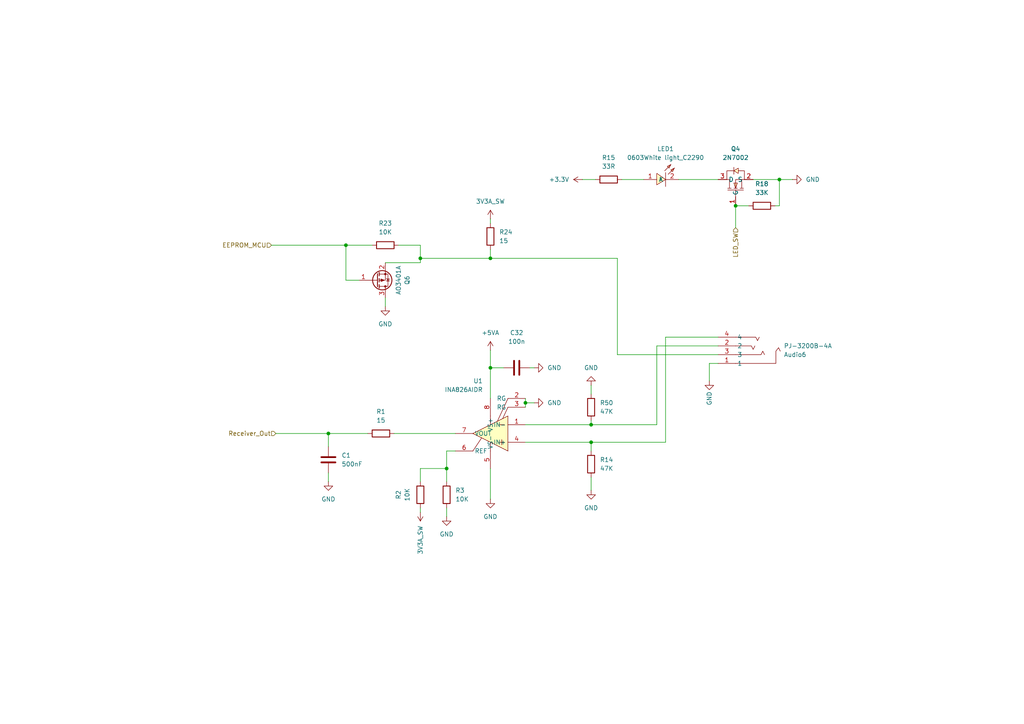
<source format=kicad_sch>
(kicad_sch (version 20231120) (generator "eeschema") (generator_version "8.0")
  (paper "A4")
  (lib_symbols
    (symbol "Device:C" (pin_numbers hide) (pin_names (offset 0.254))
      (property "Reference" "C" (at 0.635 2.54 0))
      (property "Value" "C" (at 0.635 -2.54 0))
      (symbol "C_0_1"
        (polyline (pts (xy -2.032 -0.762) (xy 2.032 -0.762)) (stroke (width 0.508)))
        (polyline (pts (xy -2.032 0.762) (xy 2.032 0.762)) (stroke (width 0.508)))
      )
      (symbol "C_1_1"
        (pin passive line (at 0 3.81 270) (length 2.794) (name "~") (number "1"))
        (pin passive line (at 0 -3.81 90) (length 2.794) (name "~") (number "2"))
      )
    )
    (symbol "Device:R" (pin_numbers hide) (pin_names (offset 0))
      (property "Reference" "R" (at 2.032 0 90))
      (property "Value" "R" (at 0 0 90))
      (symbol "R_0_1"
        (rectangle (start -1.016 -2.54) (end 1.016 2.54) (stroke (width 0.254)))
      )
      (symbol "R_1_1"
        (pin passive line (at 0 3.81 270) (length 1.27) (name "~") (number "1"))
        (pin passive line (at 0 -3.81 90) (length 1.27) (name "~") (number "2"))
      )
    )
    (symbol "Rocketry_Easyeda:0603Whitelight_C2290"
      (property "Reference" "LED" (at 0 3.81 0))
      (property "Value" "0603White light_C2290" (at 0 -6.35 0))
      (symbol "0603Whitelight_C2290_0_1"
        (polyline (pts (xy 1.02 1.27) (xy 2.79 3.05)))
        (polyline (pts (xy 1.27 0.76) (xy 1.27 -3.3)))
        (polyline (pts (xy 2.03 0.25) (xy 3.81 2.03)))
        (polyline (pts (xy -1.27 -2.79) (xy 1.27 -1.27) (xy -1.27 0.51) (xy -1.27 -2.79)) (fill (type background)))
        (polyline (pts (xy 2.79 3.05) (xy 1.78 2.54) (xy 2.29 2.03) (xy 2.79 3.05)) (fill (type background)))
        (polyline (pts (xy 3.81 2.03) (xy 2.79 1.52) (xy 3.3 1.02) (xy 3.81 2.03)) (fill (type background)))
        (pin unspecified line (at -5.08 -1.27 0) (length 3.81) (name "A") (number "1"))
        (pin unspecified line (at 5.08 -1.27 180) (length 3.81) (name "K") (number "2"))
      )
    )
    (symbol "Rocketry_Easyeda:2N7002"
      (property "Reference" "Q" (at 0 10.16 0))
      (property "Value" "2N7002" (at 0 -10.16 0))
      (symbol "2N7002_0_1"
        (polyline (pts (xy -2.54 0) (xy -0.51 0)))
        (polyline (pts (xy -0.51 2.29) (xy -0.51 -2.29)))
        (polyline (pts (xy 0 -2.29) (xy 0 -1.27)))
        (polyline (pts (xy 0 -0.51) (xy 0 0.51)))
        (polyline (pts (xy 0 2.29) (xy 0 1.27)))
        (polyline (pts (xy 2.54 -1.78) (xy 0 -1.78)))
        (polyline (pts (xy 0 0) (xy 1.52 -0.51) (xy 1.52 0.51) (xy 0 0)) (fill (type background)))
        (polyline (pts (xy 5.08 0.51) (xy 4.32 -0.76) (xy 5.84 -0.76) (xy 5.08 0.51)) (fill (type background)))
        (polyline (pts (xy 6.1 0.51) (xy 5.59 0.51) (xy 4.57 0.51) (xy 4.06 0.51)))
        (polyline (pts (xy 0 0) (xy 2.54 0) (xy 2.54 -2.54) (xy 5.08 -2.54) (xy 5.08 -0.76)))
        (polyline (pts (xy 0 1.78) (xy 2.54 1.78) (xy 2.54 2.54) (xy 5.08 2.54) (xy 5.08 0.51)))
        (pin unspecified line (at -5.08 0 0) (length 2.54) (name "G") (number "1"))
        (pin unspecified line (at 2.54 -5.08 90) (length 2.54) (name "S") (number "2"))
        (pin unspecified line (at 2.54 5.08 270) (length 2.54) (name "D") (number "3"))
      )
    )
    (symbol "Rocketry_Easyeda:INA826AIDR"
      (property "Reference" "U" (at 0 13.97 0))
      (property "Value" "INA826AIDR" (at 0 -16.51 0))
      (symbol "INA826AIDR_0_1"
        (polyline (pts (xy -4.06 -3.81) (xy -2.54 -3.81)))
        (polyline (pts (xy -4.06 1.27) (xy -2.54 1.27)))
        (polyline (pts (xy -3.56 3.05) (xy -5.08 6.35)))
        (polyline (pts (xy -3.3 -3.05) (xy -3.3 -4.57)))
        (polyline (pts (xy -2.03 2.29) (xy -5.08 8.89)))
        (polyline (pts (xy 0 -3.81) (xy 0 -6.35)))
        (polyline (pts (xy 0 3.81) (xy 0 1.27)))
        (polyline (pts (xy 2.54 -2.54) (xy 5.08 -6.35)))
        (polyline (pts (xy -5.08 -6.35) (xy 5.08 -1.27) (xy -5.08 3.81) (xy -5.08 -6.35)) (fill (type background)))
        (pin unspecified line (at -10.16 1.27 0) (length 5.08) (name "IN-") (number "1"))
        (pin unspecified line (at -10.16 8.89 0) (length 5.08) (name "RG") (number "2"))
        (pin unspecified line (at -10.16 6.35 0) (length 5.08) (name "RG") (number "3"))
        (pin unspecified line (at -10.16 -3.81 0) (length 5.08) (name "IN+") (number "4"))
        (pin power_in line (at 0 -11.43 90) (length 5.08) (name "VS-") (number "5"))
        (pin unspecified line (at 10.16 -6.35 180) (length 5.08) (name "REF") (number "6"))
        (pin output line (at 10.16 -1.27 180) (length 5.08) (name "VOUT") (number "7"))
        (pin power_in line (at 0 8.89 270) (length 5.08) (name "VS+") (number "8"))
      )
    )
    (symbol "Rocketry_Easyeda:PJ-3200B-4A"
      (property "Reference" "Audio" (at 0 7.62 0))
      (property "Value" "PJ-3200B-4A" (at 0 -10.16 0))
      (symbol "PJ-3200B-4A_0_1"
        (polyline (pts (xy 3.81 -5.08) (xy -2.03 -5.08) (xy -2.54 -4.06) (xy -3.05 -5.08)))
        (polyline (pts (xy 3.81 -2.54) (xy -0.76 -2.54) (xy -1.27 -1.52) (xy -1.78 -2.54)))
        (polyline (pts (xy 3.81 0) (xy -3.56 0) (xy -4.06 -1.02) (xy -4.57 0)))
        (polyline (pts (xy 3.81 2.54) (xy -7.87 2.54) (xy -7.87 -1.02) (xy -8.64 -2.03) (xy -9.14 -1.02)))
        (pin unspecified line (at 8.89 2.54 180) (length 5.08) (name "1") (number "1"))
        (pin unspecified line (at 8.89 -2.54 180) (length 5.08) (name "2") (number "2"))
        (pin unspecified line (at 8.89 0 180) (length 5.08) (name "3") (number "3"))
        (pin unspecified line (at 8.89 -5.08 180) (length 5.08) (name "4") (number "4"))
      )
    )
    (symbol "Transistor_FET:AO3401A" (pin_names hide)
      (property "Reference" "Q" (at 5.08 1.905 0))
      (property "Value" "AO3401A" (at 5.08 0 0))
      (symbol "AO3401A_0_1"
        (polyline (pts (xy 0.254 0) (xy -2.54 0)))
        (polyline (pts (xy 0.254 1.905) (xy 0.254 -1.905)) (stroke (width 0.254)))
        (polyline (pts (xy 0.762 -1.27) (xy 0.762 -2.286)) (stroke (width 0.254)))
        (polyline (pts (xy 0.762 0.508) (xy 0.762 -0.508)) (stroke (width 0.254)))
        (polyline (pts (xy 0.762 2.286) (xy 0.762 1.27)) (stroke (width 0.254)))
        (polyline (pts (xy 2.54 2.54) (xy 2.54 1.778)))
        (polyline (pts (xy 2.54 -2.54) (xy 2.54 0) (xy 0.762 0)))
        (polyline (pts (xy 0.762 1.778) (xy 3.302 1.778) (xy 3.302 -1.778) (xy 0.762 -1.778)))
        (polyline (pts (xy 2.286 0) (xy 1.27 0.381) (xy 1.27 -0.381) (xy 2.286 0)) (fill (type outline)))
        (polyline (pts (xy 2.794 -0.508) (xy 2.921 -0.381) (xy 3.683 -0.381) (xy 3.81 -0.254)))
        (polyline (pts (xy 3.302 -0.381) (xy 2.921 0.254) (xy 3.683 0.254) (xy 3.302 -0.381)))
        (circle (center 1.651 0) (radius 2.794) (stroke (width 0.254)))
        (circle (center 2.54 -1.778) (radius 0.254) (fill (type outline)))
        (circle (center 2.54 1.778) (radius 0.254) (fill (type outline)))
      )
      (symbol "AO3401A_1_1"
        (pin input line (at -5.08 0 0) (length 2.54) (name "G") (number "1"))
        (pin passive line (at 2.54 -5.08 90) (length 2.54) (name "S") (number "2"))
        (pin passive line (at 2.54 5.08 270) (length 2.54) (name "D") (number "3"))
      )
    )
    (symbol "power:+3.3V" (power) (pin_numbers hide) (pin_names (offset 0) hide)
      (property "Value" "+3.3V" (at 0 3.556 0))
      (symbol "+3.3V_0_1"
        (polyline (pts (xy -0.762 1.27) (xy 0 2.54)))
        (polyline (pts (xy 0 0) (xy 0 2.54)))
        (polyline (pts (xy 0 2.54) (xy 0.762 1.27)))
      )
      (symbol "+3.3V_1_1"
        (pin power_in line (at 0 0 90) (length 0) (name "~") (number "1"))
      )
    )
    (symbol "power:+3.3VA" (power) (pin_numbers hide) (pin_names (offset 0) hide)
      (property "Value" "+3.3VA" (at 0 3.556 0))
      (symbol "+3.3VA_0_1"
        (polyline (pts (xy -0.762 1.27) (xy 0 2.54)))
        (polyline (pts (xy 0 0) (xy 0 2.54)))
        (polyline (pts (xy 0 2.54) (xy 0.762 1.27)))
      )
      (symbol "+3.3VA_1_1"
        (pin power_in line (at 0 0 90) (length 0) (name "~") (number "1"))
      )
    )
    (symbol "power:+5V" (power) (pin_numbers hide) (pin_names (offset 0) hide)
      (property "Value" "+5V" (at 0 3.556 0))
      (symbol "+5V_0_1"
        (polyline (pts (xy -0.762 1.27) (xy 0 2.54)))
        (polyline (pts (xy 0 0) (xy 0 2.54)))
        (polyline (pts (xy 0 2.54) (xy 0.762 1.27)))
      )
      (symbol "+5V_1_1"
        (pin power_in line (at 0 0 90) (length 0) (name "~") (number "1"))
      )
    )
    (symbol "power:GND" (power) (pin_numbers hide) (pin_names (offset 0) hide)
      (property "Value" "GND" (at 0 -3.81 0))
      (symbol "GND_0_1"
        (polyline (pts (xy 0 0) (xy 0 -1.27) (xy 1.27 -1.27) (xy 0 -2.54) (xy -1.27 -1.27) (xy 0 -1.27)))
      )
      (symbol "GND_1_1"
        (pin power_in line (at 0 0 270) (length 0) (name "~") (number "1"))
      )
    )
  )
  (junction (at 100.33 71.12))
  (junction (at 129.54 135.89))
  (junction (at 171.45 128.27))
  (junction (at 213.36 59.69))
  (junction (at 142.24 106.68))
  (junction (at 226.06 52.07))
  (junction (at 171.45 123.19))
  (junction (at 142.24 74.93))
  (junction (at 152.4 116.84))
  (junction (at 121.92 74.93))
  (junction (at 95.25 125.73))
  (wire (pts (xy 171.45 128.27) (xy 193.04 128.27)))
  (wire (pts (xy 80.01 125.73) (xy 95.25 125.73)))
  (wire (pts (xy 142.24 63.5) (xy 142.24 64.77)))
  (wire (pts (xy 153.67 106.68) (xy 154.94 106.68)))
  (wire (pts (xy 193.04 97.79) (xy 193.04 128.27)))
  (wire (pts (xy 95.25 125.73) (xy 106.68 125.73)))
  (wire (pts (xy 142.24 74.93) (xy 179.07 74.93)))
  (wire (pts (xy 100.33 71.12) (xy 100.33 81.28)))
  (wire (pts (xy 121.92 148.59) (xy 121.92 147.32)))
  (wire (pts (xy 226.06 59.69) (xy 226.06 52.07)))
  (wire (pts (xy 205.74 105.41) (xy 205.74 110.49)))
  (wire (pts (xy 190.5 100.33) (xy 190.5 123.19)))
  (wire (pts (xy 121.92 74.93) (xy 121.92 76.2)))
  (wire (pts (xy 111.76 76.2) (xy 121.92 76.2)))
  (wire (pts (xy 168.91 52.07) (xy 172.72 52.07)))
  (wire (pts (xy 142.24 135.89) (xy 142.24 144.78)))
  (wire (pts (xy 121.92 74.93) (xy 142.24 74.93)))
  (wire (pts (xy 142.24 106.68) (xy 142.24 115.57)))
  (wire (pts (xy 95.25 129.54) (xy 95.25 125.73)))
  (wire (pts (xy 107.95 71.12) (xy 100.33 71.12)))
  (wire (pts (xy 180.34 52.07) (xy 186.69 52.07)))
  (wire (pts (xy 213.36 59.69) (xy 217.17 59.69)))
  (wire (pts (xy 179.07 102.87) (xy 208.28 102.87)))
  (wire (pts (xy 111.76 86.36) (xy 111.76 88.9)))
  (wire (pts (xy 152.4 118.11) (xy 152.4 116.84)))
  (wire (pts (xy 142.24 101.6) (xy 142.24 106.68)))
  (wire (pts (xy 179.07 74.93) (xy 179.07 102.87)))
  (wire (pts (xy 171.45 138.43) (xy 171.45 142.24)))
  (wire (pts (xy 121.92 135.89) (xy 121.92 139.7)))
  (wire (pts (xy 213.36 59.69) (xy 213.36 66.04)))
  (wire (pts (xy 129.54 135.89) (xy 129.54 130.81)))
  (wire (pts (xy 190.5 100.33) (xy 208.28 100.33)))
  (wire (pts (xy 152.4 116.84) (xy 154.94 116.84)))
  (wire (pts (xy 226.06 52.07) (xy 229.87 52.07)))
  (wire (pts (xy 152.4 123.19) (xy 171.45 123.19)))
  (wire (pts (xy 224.79 59.69) (xy 226.06 59.69)))
  (wire (pts (xy 142.24 72.39) (xy 142.24 74.93)))
  (wire (pts (xy 171.45 128.27) (xy 171.45 130.81)))
  (wire (pts (xy 129.54 130.81) (xy 132.08 130.81)))
  (wire (pts (xy 95.25 137.16) (xy 95.25 139.7)))
  (wire (pts (xy 152.4 115.57) (xy 152.4 116.84)))
  (wire (pts (xy 121.92 71.12) (xy 115.57 71.12)))
  (wire (pts (xy 104.14 81.28) (xy 100.33 81.28)))
  (wire (pts (xy 121.92 135.89) (xy 129.54 135.89)))
  (wire (pts (xy 171.45 111.76) (xy 171.45 114.3)))
  (wire (pts (xy 129.54 147.32) (xy 129.54 149.86)))
  (wire (pts (xy 121.92 71.12) (xy 121.92 74.93)))
  (wire (pts (xy 132.08 125.73) (xy 114.3 125.73)))
  (wire (pts (xy 152.4 128.27) (xy 171.45 128.27)))
  (wire (pts (xy 193.04 97.79) (xy 208.28 97.79)))
  (wire (pts (xy 129.54 135.89) (xy 129.54 139.7)))
  (wire (pts (xy 146.05 106.68) (xy 142.24 106.68)))
  (wire (pts (xy 196.85 52.07) (xy 208.28 52.07)))
  (wire (pts (xy 218.44 52.07) (xy 226.06 52.07)))
  (wire (pts (xy 171.45 121.92) (xy 171.45 123.19)))
  (wire (pts (xy 205.74 105.41) (xy 208.28 105.41)))
  (wire (pts (xy 171.45 123.19) (xy 190.5 123.19)))
  (wire (pts (xy 78.74 71.12) (xy 100.33 71.12)))
  (hierarchical_label "EEPROM_MCU" (shape input) (at 78.74 71.12 180))
  (hierarchical_label "LED_SW" (shape input) (at 213.36 66.04 270))
  (hierarchical_label "Receiver_Out" (shape input) (at 80.01 125.73 180))
  (symbol (lib_id "power:GND") (at 171.45 142.24 0) (unit 1)
    (property "Reference" "#PWR0116" (effects (hide yes)))
    (property "Value" "GND" (at 171.45 147.32 0))
    (property "Description" "Power symbol creates a global label with name \"GND\" , ground" (effects (hide yes)))
    (instances (project "SG_PCB_V3_1" (path "" (reference "#PWR0116") (unit 1)) (path "" (reference "#PWR0117") (unit 1)) (path "" (reference "#PWR0119") (unit 1)) (path "" (reference "#PWR0118") (unit 1))))
  )
  (symbol (lib_id "power:GND") (at 154.94 116.84 90) (unit 1)
    (property "Reference" "#PWR06" (effects (hide yes)))
    (property "Value" "GND" (at 158.75 116.8399 90) (effects (justify right)))
    (property "Description" "Power symbol creates a global label with name \"GND\" , ground" (effects (hide yes)))
    (instances (project "SG_PCB_V3_1" (path "" (reference "#PWR06") (unit 1)) (path "" (reference "#PWR078") (unit 1)) (path "" (reference "#PWR0100") (unit 1)) (path "" (reference "#PWR089") (unit 1))))
  )
  (symbol (lib_id "Device:R") (at 129.54 143.51 0) (mirror y) (unit 1)
    (property "Reference" "R3" (at 132.08 142.2399 0) (effects (justify right)))
    (property "Value" "10K" (at 132.08 144.7799 0) (effects (justify right)))
    (property "Description" "Resistor" (effects (hide yes)))
    (instances (project "SG_PCB_V3_1" (path "" (reference "R3") (unit 1)) (path "" (reference "R28") (unit 1)) (path "" (reference "R42") (unit 1)) (path "" (reference "R35") (unit 1))))
  )
  (symbol (lib_id "Rocketry_Easyeda:2N7002") (at 213.36 54.61 90) (unit 1)
    (property "Reference" "Q4" (at 213.36 43.18 90))
    (property "Value" "2N7002" (at 213.36 45.72 90))
    (property "Footprint" "Rocketry_Easyeda:SOT-23-3_L2.9-W1.3-P1.90-LS2.4-BR" (effects (hide yes)))
    (property "Datasheet" "https://lcsc.com/product-detail/MOSFET_2N7002-7002_C8545.html" (effects (hide yes)))
    (property "LCSC Part" "C8545" (effects (hide yes)))
    (instances (project "SG_PCB_V3_1" (path "" (reference "Q4") (unit 1)) (path "" (reference "Q8") (unit 1)) (path "" (reference "Q12") (unit 1)) (path "" (reference "Q10") (unit 1))))
  )
  (symbol (lib_id "Rocketry_Easyeda:PJ-3200B-4A") (at 217.17 102.87 180) (unit 1)
    (property "Reference" "Audio6" (at 227.33 102.8701 0) (effects (justify right)))
    (property "Value" "PJ-3200B-4A" (at 227.33 100.3301 0) (effects (justify right)))
    (property "Footprint" "Rocketry_Easyeda:AUDIO-TH_PJ-3200B-4A" (effects (hide yes)))
    (property "Datasheet" "https://lcsc.com/product-detail/Audio-Connectors_PJ-3200B-4A_C136687.html" (effects (hide yes)))
    (property "LCSC Part" "C136687" (effects (hide yes)))
    (instances (project "SG_PCB_V3_1" (path "" (reference "Audio6") (unit 1)) (path "" (reference "Audio1") (unit 1)) (path "" (reference "Audio4") (unit 1)) (path "" (reference "Audio3") (unit 1))))
  )
  (symbol (lib_id "Device:R") (at 220.98 59.69 90) (unit 1)
    (property "Reference" "R18" (at 220.98 53.34 90))
    (property "Value" "33K" (at 220.98 55.88 90))
    (property "Footprint" "Resistor_SMD:R_0402_1005Metric" (effects (hide yes)))
    (property "Description" "Resistor" (effects (hide yes)))
    (instances (project "SG_PCB_V3_1" (path "" (reference "R18") (unit 1)) (path "" (reference "R31") (unit 1)) (path "" (reference "R45") (unit 1)) (path "" (reference "R38") (unit 1))))
  )
  (symbol (lib_id "Rocketry_Easyeda:INA826AIDR") (at 142.24 124.46 0) (mirror y) (unit 1)
    (property "Reference" "U1" (at 140.0459 110.49 0) (effects (justify left)))
    (property "Value" "INA826AIDR" (at 140.0459 113.03 0) (effects (justify left)))
    (property "Footprint" "Rocketry_Easyeda:SOIC-8_L4.9-W3.9-P1.27-LS6.0-BL" (effects (hide yes)))
    (property "Datasheet" "https://lcsc.com/product-detail/Instrumentation-OpAmps_TI_INA826AIDR_INA826AIDR_C38433.html" (effects (hide yes)))
    (property "LCSC Part" "C38433" (effects (hide yes)))
    (instances (project "SG_PCB_V3_1" (path "" (reference "U1") (unit 1)) (path "" (reference "U9") (unit 1)) (path "" (reference "U11") (unit 1)) (path "" (reference "U10") (unit 1))))
  )
  (symbol (lib_id "power:GND") (at 111.76 88.9 0) (mirror y) (unit 1)
    (property "Reference" "#PWR072" (effects (hide yes)))
    (property "Value" "GND" (at 111.76 93.98 0))
    (property "Description" "Power symbol creates a global label with name \"GND\" , ground" (effects (hide yes)))
    (instances (project "SG_PCB_V3_1" (path "" (reference "#PWR072") (unit 1)) (path "" (reference "#PWR069") (unit 1)) (path "" (reference "#PWR094") (unit 1)) (path "" (reference "#PWR083") (unit 1))))
  )
  (symbol (lib_id "Device:R") (at 110.49 125.73 90) (mirror x) (unit 1)
    (property "Reference" "R1" (at 110.49 119.38 90))
    (property "Value" "15" (at 110.49 121.92 90))
    (property "Description" "Resistor" (effects (hide yes)))
    (instances (project "SG_PCB_V3_1" (path "" (reference "R1") (unit 1)) (path "" (reference "R25") (unit 1)) (path "" (reference "R39") (unit 1)) (path "" (reference "R32") (unit 1))))
  )
  (symbol (lib_id "power:+3.3V") (at 121.92 148.59 180) (unit 1)
    (property "Reference" "#PWR02" (effects (hide yes)))
    (property "Value" "3V3A_SW" (at 121.9199 152.4 90) (effects (justify left)))
    (property "Description" "Power symbol creates a global label with name \"+3.3V\"" (effects (hide yes)))
    (instances (project "SG_PCB_V3_1" (path "" (reference "#PWR02") (unit 1)) (path "" (reference "#PWR070") (unit 1)) (path "" (reference "#PWR095") (unit 1)) (path "" (reference "#PWR084") (unit 1))))
  )
  (symbol (lib_id "power:GND") (at 129.54 149.86 0) (unit 1)
    (property "Reference" "#PWR03" (effects (hide yes)))
    (property "Value" "GND" (at 129.54 154.94 0))
    (property "Description" "Power symbol creates a global label with name \"GND\" , ground" (effects (hide yes)))
    (instances (project "SG_PCB_V3_1" (path "" (reference "#PWR03") (unit 1)) (path "" (reference "#PWR071") (unit 1)) (path "" (reference "#PWR096") (unit 1)) (path "" (reference "#PWR085") (unit 1))))
  )
  (symbol (lib_id "power:+5V") (at 142.24 101.6 0) (unit 1)
    (property "Reference" "#PWR04" (effects (hide yes)))
    (property "Value" "+5VA" (at 142.24 96.52 0))
    (property "Description" "Power symbol creates a global label with name \"+5V\"" (effects (hide yes)))
    (instances (project "SG_PCB_V3_1" (path "" (reference "#PWR04") (unit 1)) (path "" (reference "#PWR076") (unit 1)) (path "" (reference "#PWR098") (unit 1)) (path "" (reference "#PWR087") (unit 1))))
  )
  (symbol (lib_id "power:GND") (at 154.94 106.68 90) (unit 1)
    (property "Reference" "#PWR0108" (effects (hide yes)))
    (property "Value" "GND" (at 158.75 106.6799 90) (effects (justify right)))
    (property "Description" "Power symbol creates a global label with name \"GND\" , ground" (effects (hide yes)))
    (instances (project "SG_PCB_V3_1" (path "" (reference "#PWR0108") (unit 1)) (path "" (reference "#PWR0109") (unit 1)) (path "" (reference "#PWR0111") (unit 1)) (path "" (reference "#PWR0110") (unit 1))))
  )
  (symbol (lib_id "Device:R") (at 171.45 118.11 0) (mirror y) (unit 1)
    (property "Reference" "R50" (at 173.99 116.8399 0) (effects (justify right)))
    (property "Value" "47K" (at 173.99 119.3799 0) (effects (justify right)))
    (property "Description" "Resistor" (effects (hide yes)))
    (instances (project "SG_PCB_V3_1" (path "" (reference "R50") (unit 1)) (path "" (reference "R51") (unit 1)) (path "" (reference "R53") (unit 1)) (path "" (reference "R52") (unit 1))))
  )
  (symbol (lib_id "power:GND") (at 95.25 139.7 0) (unit 1)
    (property "Reference" "#PWR01" (effects (hide yes)))
    (property "Value" "GND" (at 95.25 144.78 0))
    (property "Description" "Power symbol creates a global label with name \"GND\" , ground" (effects (hide yes)))
    (instances (project "SG_PCB_V3_1" (path "" (reference "#PWR01") (unit 1)) (path "" (reference "#PWR066") (unit 1)) (path "" (reference "#PWR093") (unit 1)) (path "" (reference "#PWR082") (unit 1))))
  )
  (symbol (lib_id "Transistor_FET:AO3401A") (at 109.22 81.28 0) (mirror x) (unit 1)
    (property "Reference" "Q6" (at 118.11 81.28 90))
    (property "Value" "AO3401A" (at 115.57 81.28 90))
    (property "Footprint" "Package_TO_SOT_SMD:SOT-23" (effects (hide yes)))
    (property "Datasheet" "http://www.aosmd.com/pdfs/datasheet/AO3401A.pdf" (effects (hide yes)))
    (property "Description" "-4.0A Id, -30V Vds, P-Channel MOSFET, SOT-23" (effects (hide yes)))
    (instances (project "SG_PCB_V3_1" (path "" (reference "Q6") (unit 1)) (path "" (reference "Q7") (unit 1)) (path "" (reference "Q11") (unit 1)) (path "" (reference "Q9") (unit 1))))
  )
  (symbol (lib_id "Device:R") (at 171.45 134.62 0) (mirror y) (unit 1)
    (property "Reference" "R14" (at 173.99 133.3499 0) (effects (justify right)))
    (property "Value" "47K" (at 173.99 135.8899 0) (effects (justify right)))
    (property "Description" "Resistor" (effects (hide yes)))
    (instances (project "SG_PCB_V3_1" (path "" (reference "R14") (unit 1)) (path "" (reference "R16") (unit 1)) (path "" (reference "R19") (unit 1)) (path "" (reference "R17") (unit 1))))
  )
  (symbol (lib_id "power:GND") (at 229.87 52.07 90) (unit 1)
    (property "Reference" "#PWR065" (effects (hide yes)))
    (property "Value" "GND" (at 233.68 52.0699 90) (effects (justify right)))
    (property "Description" "Power symbol creates a global label with name \"GND\" , ground" (effects (hide yes)))
    (instances (project "SG_PCB_V3_1" (path "" (reference "#PWR065") (unit 1)) (path "" (reference "#PWR081") (unit 1)) (path "" (reference "#PWR0103") (unit 1)) (path "" (reference "#PWR092") (unit 1))))
  )
  (symbol (lib_id "power:+3.3VA") (at 142.24 63.5 0) (unit 1)
    (property "Reference" "#PWR073" (effects (hide yes)))
    (property "Value" "3V3A_SW" (at 142.24 58.42 0))
    (property "Description" "Power symbol creates a global label with name \"+3.3VA\"" (effects (hide yes)))
    (instances (project "SG_PCB_V3_1" (path "" (reference "#PWR073") (unit 1)) (path "" (reference "#PWR075") (unit 1)) (path "" (reference "#PWR097") (unit 1)) (path "" (reference "#PWR086") (unit 1))))
  )
  (symbol (lib_id "Device:C") (at 95.25 133.35 0) (unit 1)
    (property "Reference" "C1" (at 99.06 132.0799 0) (effects (justify left)))
    (property "Value" "500nF" (at 99.06 134.6199 0) (effects (justify left)))
    (property "Description" "Unpolarized capacitor" (effects (hide yes)))
    (instances (project "SG_PCB_V3_1" (path "" (reference "C1") (unit 1)) (path "" (reference "C23") (unit 1)) (path "" (reference "C28") (unit 1)) (path "" (reference "C27") (unit 1))))
  )
  (symbol (lib_id "power:+3.3V") (at 168.91 52.07 90) (unit 1)
    (property "Reference" "#PWR057" (effects (hide yes)))
    (property "Value" "+3.3V" (at 165.1 52.0699 90) (effects (justify left)))
    (property "Description" "Power symbol creates a global label with name \"+3.3V\"" (effects (hide yes)))
    (instances (project "SG_PCB_V3_1" (path "" (reference "#PWR057") (unit 1)) (path "" (reference "#PWR079") (unit 1)) (path "" (reference "#PWR0101") (unit 1)) (path "" (reference "#PWR090") (unit 1))))
  )
  (symbol (lib_id "power:GND") (at 171.45 111.76 180) (unit 1)
    (property "Reference" "#PWR0112" (effects (hide yes)))
    (property "Value" "GND" (at 171.45 106.68 0))
    (property "Description" "Power symbol creates a global label with name \"GND\" , ground" (effects (hide yes)))
    (instances (project "SG_PCB_V3_1" (path "" (reference "#PWR0112") (unit 1)) (path "" (reference "#PWR0113") (unit 1)) (path "" (reference "#PWR0115") (unit 1)) (path "" (reference "#PWR0114") (unit 1))))
  )
  (symbol (lib_id "Device:R") (at 142.24 68.58 0) (mirror y) (unit 1)
    (property "Reference" "R24" (at 144.78 67.3099 0) (effects (justify right)))
    (property "Value" "15" (at 144.78 69.8499 0) (effects (justify right)))
    (property "Description" "Resistor" (effects (hide yes)))
    (instances (project "SG_PCB_V3_1" (path "" (reference "R24") (unit 1)) (path "" (reference "R29") (unit 1)) (path "" (reference "R43") (unit 1)) (path "" (reference "R36") (unit 1))))
  )
  (symbol (lib_id "Device:R") (at 121.92 143.51 0) (mirror y) (unit 1)
    (property "Reference" "R2" (at 115.57 143.51 90))
    (property "Value" "10K" (at 118.11 143.51 90))
    (property "Description" "Resistor" (effects (hide yes)))
    (instances (project "SG_PCB_V3_1" (path "" (reference "R2") (unit 1)) (path "" (reference "R27") (unit 1)) (path "" (reference "R41") (unit 1)) (path "" (reference "R34") (unit 1))))
  )
  (symbol (lib_id "Device:R") (at 111.76 71.12 270) (mirror x) (unit 1)
    (property "Reference" "R23" (at 111.76 64.77 90))
    (property "Value" "10K" (at 111.76 67.31 90))
    (property "Description" "Resistor" (effects (hide yes)))
    (instances (project "SG_PCB_V3_1" (path "" (reference "R23") (unit 1)) (path "" (reference "R26") (unit 1)) (path "" (reference "R40") (unit 1)) (path "" (reference "R33") (unit 1))))
  )
  (symbol (lib_id "Device:R") (at 176.53 52.07 90) (unit 1)
    (property "Reference" "R15" (at 176.53 45.72 90))
    (property "Value" "33R" (at 176.53 48.26 90))
    (property "Footprint" "Resistor_SMD:R_0402_1005Metric" (effects (hide yes)))
    (property "Description" "Resistor" (effects (hide yes)))
    (instances (project "SG_PCB_V3_1" (path "" (reference "R15") (unit 1)) (path "" (reference "R30") (unit 1)) (path "" (reference "R44") (unit 1)) (path "" (reference "R37") (unit 1))))
  )
  (symbol (lib_id "power:GND") (at 142.24 144.78 0) (unit 1)
    (property "Reference" "#PWR05" (effects (hide yes)))
    (property "Value" "GND" (at 142.24 149.86 0))
    (property "Description" "Power symbol creates a global label with name \"GND\" , ground" (effects (hide yes)))
    (instances (project "SG_PCB_V3_1" (path "" (reference "#PWR05") (unit 1)) (path "" (reference "#PWR077") (unit 1)) (path "" (reference "#PWR099") (unit 1)) (path "" (reference "#PWR088") (unit 1))))
  )
  (symbol (lib_id "Rocketry_Easyeda:0603Whitelight_C2290") (at 191.77 50.8 0) (unit 1)
    (property "Reference" "LED1" (at 193.04 43.18 0))
    (property "Value" "0603White light_C2290" (at 193.04 45.72 0))
    (property "Footprint" "Rocketry_Easyeda:LED0603-R-RD_WHITE" (effects (hide yes)))
    (property "Datasheet" "https://lcsc.com/product-detail/Light-Emitting-Diodes-LED_0603White-light_C2290.html" (effects (hide yes)))
    (property "LCSC Part" "C2290" (effects (hide yes)))
    (instances (project "SG_PCB_V3_1" (path "" (reference "LED1") (unit 1)) (path "" (reference "LED2") (unit 1)) (path "" (reference "LED4") (unit 1)) (path "" (reference "LED3") (unit 1))))
  )
  (symbol (lib_id "Device:C") (at 149.86 106.68 270) (unit 1)
    (property "Reference" "C32" (at 149.86 96.52 90))
    (property "Value" "100n" (at 149.86 99.06 90))
    (property "Description" "Unpolarized capacitor" (effects (hide yes)))
    (instances (project "" (path "" (reference "C32") (unit 1)) (path "" (reference "C33") (unit 1)) (path "" (reference "C35") (unit 1)) (path "" (reference "C34") (unit 1))))
  )
  (symbol (lib_id "power:GND") (at 205.74 110.49 0) (mirror y) (unit 1)
    (property "Reference" "#PWR074" (effects (hide yes)))
    (property "Value" "GND" (at 205.74 115.57 90))
    (property "Description" "Power symbol creates a global label with name \"GND\" , ground" (effects (hide yes)))
    (instances (project "SG_PCB_V3_1" (path "" (reference "#PWR074") (unit 1)) (path "" (reference "#PWR080") (unit 1)) (path "" (reference "#PWR0102") (unit 1)) (path "" (reference "#PWR091") (unit 1))))
  )
)
</source>
